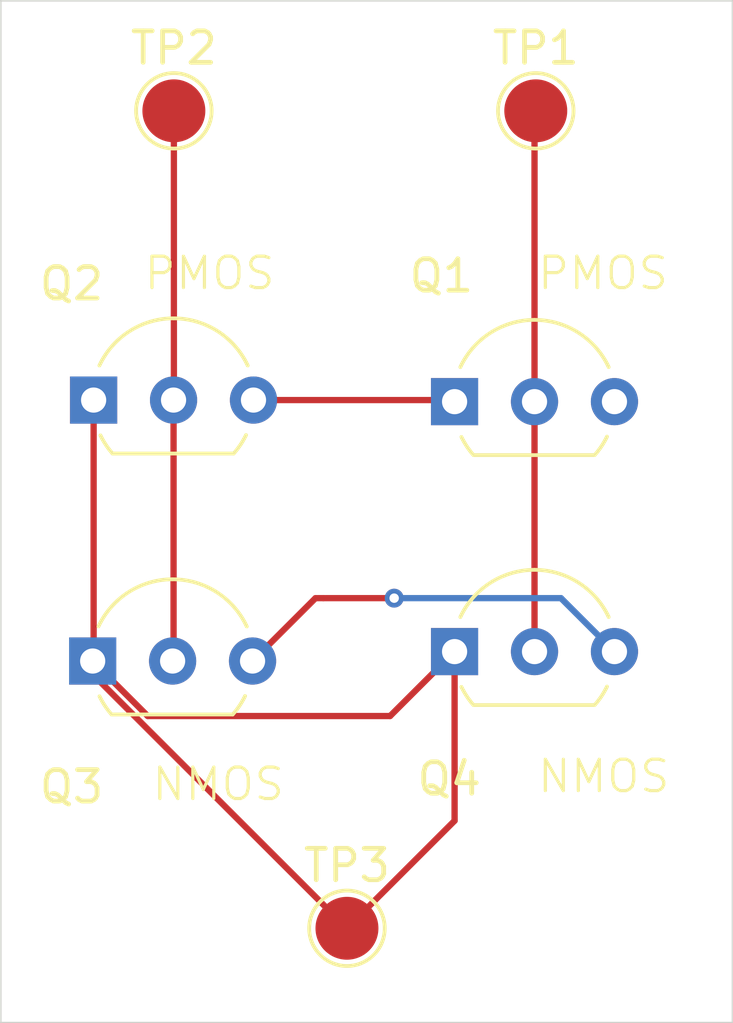
<source format=kicad_pcb>
(kicad_pcb (version 20241229) (generator "pcbnew") (generator_version "9.0")
  (layers (0 "F.Cu" signal) (2 "B.Cu" signal) (13 "F.Paste" user) (15 "B.Paste" user) (5 "F.SilkS" user "F.Silkscreen") (7 "B.SilkS" user "B.Silkscreen") (1 "F.Mask" user) (3 "B.Mask" user) (25 "Edge.Cuts" user))
  (net 0 "")
  (net 1 "VCC")
  (net 2 "Net-(Q1-D)")
  (net 3 "/NOR_IN_A")
  (net 4 "/NOR_OUT")
  (net 5 "/NOR_IN_B")
  (net 6 "GND")
  (footprint "Package_TO_SOT_THT:TO-92L_Inline_Wide" (layer "F.Cu") (at 85.92 73.5)
    (property "Reference" "Q3" (at -0.67 4 0) (layer "F.SilkS"))
    (property "Value" "NMOS")
    (fp_line (start 0.6 1.7) (end 4.45 1.7) (stroke (width 0.12)) (layer "F.SilkS"))
    (fp_arc (start 0.1836 -1.098807) (mid 1.143021 -2.192817) (end 2.54 -2.6) (stroke (width 0.12)) (layer "F.SilkS"))
    (fp_arc (start 0.6 1.7) (mid 0.389183 1.423933) (end 0.217369 1.122045) (stroke (width 0.12)) (layer "F.SilkS"))
    (fp_arc (start 2.54 -2.6) (mid 3.936979 -2.192818) (end 4.8964 -1.098807) (stroke (width 0.12)) (layer "F.SilkS"))
    (fp_arc (start 4.842383 1.112264) (mid 4.666594 1.419753) (end 4.45 1.7) (stroke (width 0.12)) (layer "F.SilkS"))
    (pad "1" thru_hole rect (at 0 0) (size 1.5 1.5) (drill 0.8) (layers "*.Cu" "*.Mask") (net 4 "/NOR_OUT"))
    (pad "2" thru_hole circle (at 2.54 0) (size 1.5 1.5) (drill 0.8) (layers "*.Cu" "*.Mask") (net 5 "/NOR_IN_B"))
    (pad "3" thru_hole circle (at 5.08 0) (size 1.5 1.5) (drill 0.8) (layers "*.Cu" "*.Mask") (net 6 "GND"))
  )
  (footprint "Package_TO_SOT_THT:TO-92L_Inline_Wide" (layer "F.Cu") (at 97.42 73.2)
    (property "Reference" "Q4" (at -0.17 4.05 0) (layer "F.SilkS"))
    (property "Value" "NMOS")
    (fp_line (start 0.6 1.7) (end 4.45 1.7) (stroke (width 0.12)) (layer "F.SilkS"))
    (fp_arc (start 0.1836 -1.098807) (mid 1.143021 -2.192817) (end 2.54 -2.6) (stroke (width 0.12)) (layer "F.SilkS"))
    (fp_arc (start 0.6 1.7) (mid 0.389183 1.423933) (end 0.217369 1.122045) (stroke (width 0.12)) (layer "F.SilkS"))
    (fp_arc (start 2.54 -2.6) (mid 3.936979 -2.192818) (end 4.8964 -1.098807) (stroke (width 0.12)) (layer "F.SilkS"))
    (fp_arc (start 4.842383 1.112264) (mid 4.666594 1.419753) (end 4.45 1.7) (stroke (width 0.12)) (layer "F.SilkS"))
    (pad "1" thru_hole rect (at 0 0) (size 1.5 1.5) (drill 0.8) (layers "*.Cu" "*.Mask") (net 4 "/NOR_OUT"))
    (pad "2" thru_hole circle (at 2.54 0) (size 1.5 1.5) (drill 0.8) (layers "*.Cu" "*.Mask") (net 3 "/NOR_IN_A"))
    (pad "3" thru_hole circle (at 5.08 0) (size 1.5 1.5) (drill 0.8) (layers "*.Cu" "*.Mask") (net 6 "GND"))
  )
  (footprint "TestPoint:TestPoint_Pad_D2.0mm" (layer "F.Cu") (at 88.5 56)
    (property "Reference" "TP2" (at 0 -1.998 0) (layer "F.SilkS"))
    (property "Value" "NOR_IN_B")
    (fp_circle (center 0 0) (end 0 1.2) (stroke (width 0.12)) (fill no) (layer "F.SilkS"))
    (pad "1" smd circle (at 0 0) (size 2 2) (layers "F.Cu" "F.Mask") (net 5 "/NOR_IN_B"))
  )
  (footprint "Package_TO_SOT_THT:TO-92L_Inline_Wide" (layer "F.Cu") (at 97.42 65.25)
    (property "Reference" "Q1" (at -0.42 -4 0) (layer "F.SilkS"))
    (property "Value" "PMOS")
    (fp_line (start 0.6 1.7) (end 4.45 1.7) (stroke (width 0.12)) (layer "F.SilkS"))
    (fp_arc (start 0.1836 -1.098807) (mid 1.143021 -2.192817) (end 2.54 -2.6) (stroke (width 0.12)) (layer "F.SilkS"))
    (fp_arc (start 0.6 1.7) (mid 0.389183 1.423933) (end 0.217369 1.122045) (stroke (width 0.12)) (layer "F.SilkS"))
    (fp_arc (start 2.54 -2.6) (mid 3.936979 -2.192818) (end 4.8964 -1.098807) (stroke (width 0.12)) (layer "F.SilkS"))
    (fp_arc (start 4.842383 1.112264) (mid 4.666594 1.419753) (end 4.45 1.7) (stroke (width 0.12)) (layer "F.SilkS"))
    (pad "1" thru_hole rect (at 0 0) (size 1.5 1.5) (drill 0.8) (layers "*.Cu" "*.Mask") (net 2 "Net-(Q1-D)"))
    (pad "2" thru_hole circle (at 2.54 0) (size 1.5 1.5) (drill 0.8) (layers "*.Cu" "*.Mask") (net 3 "/NOR_IN_A"))
    (pad "3" thru_hole circle (at 5.08 0) (size 1.5 1.5) (drill 0.8) (layers "*.Cu" "*.Mask") (net 1 "VCC"))
  )
  (footprint "TestPoint:TestPoint_Pad_D2.0mm" (layer "F.Cu") (at 100 56)
    (property "Reference" "TP1" (at 0 -1.998 0) (layer "F.SilkS"))
    (property "Value" "NOR_IN_B")
    (fp_circle (center 0 0) (end 0 1.2) (stroke (width 0.12)) (fill no) (layer "F.SilkS"))
    (pad "1" smd circle (at 0 0) (size 2 2) (layers "F.Cu" "F.Mask") (net 3 "/NOR_IN_A"))
  )
  (footprint "Package_TO_SOT_THT:TO-92L_Inline_Wide" (layer "F.Cu") (at 85.95 65.2)
    (property "Reference" "Q2" (at -0.7 -3.7 0) (layer "F.SilkS"))
    (property "Value" "PMOS")
    (fp_line (start 0.6 1.7) (end 4.45 1.7) (stroke (width 0.12)) (layer "F.SilkS"))
    (fp_arc (start 0.1836 -1.098807) (mid 1.143021 -2.192817) (end 2.54 -2.6) (stroke (width 0.12)) (layer "F.SilkS"))
    (fp_arc (start 0.6 1.7) (mid 0.389183 1.423933) (end 0.217369 1.122045) (stroke (width 0.12)) (layer "F.SilkS"))
    (fp_arc (start 2.54 -2.6) (mid 3.936979 -2.192818) (end 4.8964 -1.098807) (stroke (width 0.12)) (layer "F.SilkS"))
    (fp_arc (start 4.842383 1.112264) (mid 4.666594 1.419753) (end 4.45 1.7) (stroke (width 0.12)) (layer "F.SilkS"))
    (pad "1" thru_hole rect (at 0 0) (size 1.5 1.5) (drill 0.8) (layers "*.Cu" "*.Mask") (net 4 "/NOR_OUT"))
    (pad "2" thru_hole circle (at 2.54 0) (size 1.5 1.5) (drill 0.8) (layers "*.Cu" "*.Mask") (net 5 "/NOR_IN_B"))
    (pad "3" thru_hole circle (at 5.08 0) (size 1.5 1.5) (drill 0.8) (layers "*.Cu" "*.Mask") (net 2 "Net-(Q1-D)"))
  )
  (footprint "TestPoint:TestPoint_Pad_D2.0mm" (layer "F.Cu") (at 94 82)
    (property "Reference" "TP3" (at 0 -1.998 0) (layer "F.SilkS"))
    (property "Value" "NOT_OUT")
    (fp_circle (center 0 0) (end 0 1.2) (stroke (width 0.12)) (fill no) (layer "F.SilkS"))
    (pad "1" smd circle (at 0 0) (size 2 2) (layers "F.Cu" "F.Mask") (net 4 "/NOR_OUT"))
  )
  (gr_rect (start 83 52.5) (end 106.25 85) (stroke (width 0.05)) (fill no) (layer "Edge.Cuts"))
  (gr_text "NMOS" (at 100 77.75 0) (layer "F.SilkS") (effects (font (size 1 1) (thickness 0.1)) (justify left bottom)))
  (gr_text "PMOS" (at 87.5 61.75 0) (layer "F.SilkS") (effects (font (size 1 1) (thickness 0.1)) (justify left bottom)))
  (gr_text "NMOS" (at 87.75 78 0) (layer "F.SilkS") (effects (font (size 1 1) (thickness 0.1)) (justify left bottom)))
  (gr_text "PMOS" (at 100 61.75 0) (layer "F.SilkS") (effects (font (size 1 1) (thickness 0.1)) (justify left bottom)))
  (segment (start 97.37 65.2) (end 97.42 65.25) (width 0.2) (layer "F.Cu") (net 2))
  (segment (start 91.03 65.2) (end 97.37 65.2) (width 0.2) (layer "F.Cu") (net 2))
  (segment (start 99.96 65.25) (end 99.96 73.2) (width 0.2) (layer "F.Cu") (net 3))
  (segment (start 100 56) (end 100 56.5) (width 0.2) (layer "F.Cu") (net 3))
  (segment (start 100 56.5) (end 99.96 56.54) (width 0.2) (layer "F.Cu") (net 3))
  (segment (start 99.96 56.54) (end 99.96 65.25) (width 0.2) (layer "F.Cu") (net 3))
  (segment (start 85.92 73.5) (end 87.67 75.25) (width 0.2) (layer "F.Cu") (net 4))
  (segment (start 97.42 78.58) (end 97.42 73.2) (width 0.2) (layer "F.Cu") (net 4))
  (segment (start 94 82) (end 85.92 73.92) (width 0.2) (layer "F.Cu") (net 4))
  (segment (start 85.95 65.2) (end 85.95 73.47) (width 0.2) (layer "F.Cu") (net 4))
  (segment (start 95.37 75.25) (end 97.42 73.2) (width 0.2) (layer "F.Cu") (net 4))
  (segment (start 85.95 73.47) (end 85.92 73.5) (width 0.2) (layer "F.Cu") (net 4))
  (segment (start 85.92 73.92) (end 85.92 73.5) (width 0.2) (layer "F.Cu") (net 4))
  (segment (start 94 82) (end 97.42 78.58) (width 0.2) (layer "F.Cu") (net 4))
  (segment (start 87.67 75.25) (end 95.37 75.25) (width 0.2) (layer "F.Cu") (net 4))
  (segment (start 88.5 65.19) (end 88.49 65.2) (width 0.2) (layer "F.Cu") (net 5))
  (segment (start 88.5 56) (end 88.5 65.19) (width 0.2) (layer "F.Cu") (net 5))
  (segment (start 88.49 73.47) (end 88.46 73.5) (width 0.2) (layer "F.Cu") (net 5))
  (segment (start 88.49 65.2) (end 88.49 73.47) (width 0.2) (layer "F.Cu") (net 5))
  (segment (start 91 73.5) (end 93 71.5) (width 0.2) (layer "F.Cu") (net 6))
  (segment (start 93 71.5) (end 93.25 71.5) (width 0.2) (layer "F.Cu") (net 6))
  (segment (start 93.25 71.5) (end 95.5 71.5) (width 0.2) (layer "F.Cu") (net 6))
  (via (at 95.5 71.5) (size 0.6) (drill 0.3) (layers "F.Cu" "B.Cu") (net 6))
  (segment (start 100.8 71.5) (end 102.5 73.2) (width 0.2) (layer "B.Cu") (net 6))
  (segment (start 95.5 71.5) (end 100.8 71.5) (width 0.2) (layer "B.Cu") (net 6))
)
</source>
